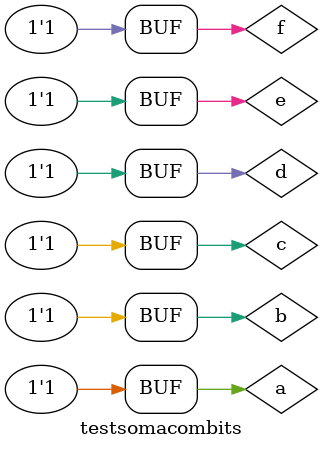
<source format=v>

module meiasoma(s, s1, a, b);
input a, b;
output s, s1;
xor XOR1 (s,a,b);
and AND1 (s1,a,b);
endmodule // end meiasoma



module somacompleta(s2, s4, a, b, c);
input a, b, c;
output  s2, s4;
wire s, s1, s3;
meiasoma MS1 (s, s1, a, b);
meiasoma MS2 (s2, s3, s, c);
or OR1 (s4, s1, s3);
endmodule  // end somacompleta



module testsomacombits;
 reg   a, b, c, d, e ,f;
 wire  s, s1, s2, s3, s4, s5;
          
			 
			 // instancia
meiasoma MS3(s,s1,c,f);
somacompleta SC1(s2, s3, s1, b, e);
somacompleta SC2(s4, s5, s3, a, d);


initial begin: start
a=0; b=0; c=0; d=0; e=0; f=0;
end
 
         
 initial begin : main
      $display("Andre Sulivam 391998");
      $display("Guia 05 Ex:01");     
		 $display("Soma com 3 bits ");
      $display("\n a b c + d e f =  s");
 	   $monitor("%b %b %b + %b %b %b = %b%b%b vai %b", a, b, c, d, e, f, s4, s2, s, s5);
 		
                 
                #1 a=0; b=0; c=0; d=0; e=0; f=1;
		#1 a=0; b=0; c=0; d=0; e=1; f=0;
		#1 a=0; b=0; c=0; d=0; e=1; f=1;
		#1 a=0; b=0; c=0; d=1; e=0; f=0;
		#1 a=0; b=0; c=0; d=1; e=0; f=1;
		#1 a=0; b=0; c=0; d=1; e=1; f=0;
		#1 a=0; b=0; c=0; d=1; e=1; f=1;
		#1 a=0; b=0; c=1; d=0; e=0; f=0;
		#1 a=0; b=0; c=1; d=0; e=0; f=1;
		#1 a=0; b=0; c=1; d=0; e=1; f=0;
		#1 a=0; b=0; c=1; d=0; e=1; f=1;
		#1 a=0; b=0; c=1; d=1; e=0; f=0;
		#1 a=0; b=0; c=1; d=1; e=0; f=1;
		#1 a=0; b=0; c=1; d=1; e=1; f=0;
		#1 a=0; b=0; c=1; d=1; e=1; f=1;
		#1 a=0; b=1; c=0; d=0; e=0; f=0;
		#1 a=0; b=1; c=0; d=0; e=0; f=1;
		#1 a=0; b=1; c=0; d=0; e=1; f=0;
		#1 a=0; b=1; c=0; d=0; e=1; f=1;
		#1 a=0; b=1; c=0; d=1; e=0; f=0;
		#1 a=0; b=1; c=0; d=1; e=0; f=1;
		#1 a=0; b=1; c=0; d=1; e=1; f=0;
		#1 a=0; b=1; c=0; d=1; e=1; f=1;
		#1 a=0; b=1; c=1; d=0; e=0; f=0;
		#1 a=0; b=1; c=1; d=0; e=0; f=1;
		#1 a=0; b=1; c=1; d=0; e=1; f=0;
		#1 a=0; b=1; c=1; d=0; e=1; f=1;
		#1 a=0; b=1; c=1; d=1; e=0; f=0;
		#1 a=0; b=1; c=1; d=1; e=0; f=1;
		#1 a=0; b=1; c=1; d=1; e=1; f=0;
		#1 a=0; b=1; c=1; d=1; e=1; f=1;
		#1 a=1; b=1; c=0; d=0; e=0; f=0;
		#1 a=1; b=0; c=0; d=0; e=0; f=1;
		#1 a=1; b=0; c=0; d=0; e=1; f=0;
		#1 a=1; b=0; c=0; d=0; e=1; f=1;
		#1 a=1; b=0; c=0; d=1; e=0; f=0;
		#1 a=1; b=0; c=0; d=1; e=0; f=1;
		#1 a=1; b=0; c=0; d=1; e=1; f=0;
		#1 a=1; b=0; c=0; d=1; e=1; f=1;
		#1 a=1; b=0; c=1; d=0; e=0; f=0;
		#1 a=1; b=0; c=1; d=0; e=0; f=1;
		#1 a=1; b=0; c=1; d=0; e=1; f=0;
		#1 a=1; b=0; c=1; d=0; e=1; f=1;
		#1 a=1; b=0; c=1; d=1; e=0; f=0;
		#1 a=1; b=0; c=1; d=1; e=0; f=1;
		#1 a=1; b=0; c=1; d=1; e=1; f=0;
		#1 a=1; b=0; c=1; d=1; e=1; f=1;
		#1 a=1; b=1; c=0; d=0; e=0; f=0;
		#1 a=1; b=1; c=0; d=0; e=0; f=1;
		#1 a=1; b=1; c=0; d=0; e=1; f=0;
		#1 a=1; b=1; c=0; d=0; e=1; f=1;
		#1 a=1; b=1; c=0; d=1; e=0; f=0;
		#1 a=1; b=1; c=0; d=1; e=0; f=1;
		#1 a=1; b=1; c=0; d=1; e=1; f=0;
		#1 a=1; b=1; c=0; d=1; e=1; f=1;
		#1 a=1; b=1; c=1; d=0; e=0; f=0;
		#1 a=1; b=1; c=1; d=0; e=0; f=1;
		#1 a=1; b=1; c=1; d=0; e=1; f=0;
		#1 a=1; b=1; c=1; d=0; e=1; f=1;
		#1 a=1; b=1; c=1; d=1; e=0; f=0;
		#1 a=1; b=1; c=1; d=1; e=0; f=1;
		#1 a=1; b=1; c=1; d=1; e=1; f=0;
		#1 a=1; b=1; c=1; d=1; e=1; f=1;
		
 end

endmodule // end testsomacompleta
</source>
